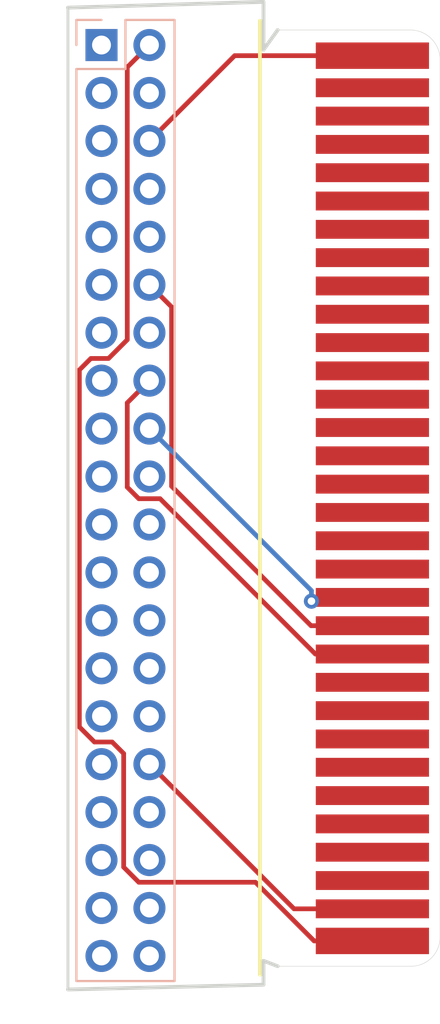
<source format=kicad_pcb>
(kicad_pcb (version 20171130) (host pcbnew "(5.1.8)-1")

  (general
    (thickness 0.8)
    (drawings 13)
    (tracks 33)
    (zones 0)
    (modules 2)
    (nets 33)
  )

  (page A4)
  (layers
    (0 F.Cu signal)
    (31 B.Cu signal)
    (32 B.Adhes user)
    (33 F.Adhes user)
    (34 B.Paste user)
    (35 F.Paste user)
    (36 B.SilkS user)
    (37 F.SilkS user)
    (38 B.Mask user)
    (39 F.Mask user)
    (40 Dwgs.User user)
    (41 Cmts.User user)
    (42 Eco1.User user)
    (43 Eco2.User user)
    (44 Edge.Cuts user)
    (45 Margin user)
    (46 B.CrtYd user)
    (47 F.CrtYd user)
    (48 B.Fab user)
    (49 F.Fab user)
  )

  (setup
    (last_trace_width 0.25)
    (trace_clearance 0.2)
    (zone_clearance 0.508)
    (zone_45_only no)
    (trace_min 0.2)
    (via_size 0.8)
    (via_drill 0.4)
    (via_min_size 0.4)
    (via_min_drill 0.3)
    (uvia_size 0.3)
    (uvia_drill 0.1)
    (uvias_allowed no)
    (uvia_min_size 0.2)
    (uvia_min_drill 0.1)
    (edge_width 0.2)
    (segment_width 0.2)
    (pcb_text_width 0.3)
    (pcb_text_size 1.5 1.5)
    (mod_edge_width 0.15)
    (mod_text_size 1 1)
    (mod_text_width 0.15)
    (pad_size 1 6)
    (pad_drill 0)
    (pad_to_mask_clearance 0.2)
    (solder_mask_min_width 0.25)
    (aux_axis_origin 0 0)
    (visible_elements 7FFFFFFF)
    (pcbplotparams
      (layerselection 0x3ffff_ffffffff)
      (usegerberextensions false)
      (usegerberattributes false)
      (usegerberadvancedattributes false)
      (creategerberjobfile false)
      (excludeedgelayer true)
      (linewidth 0.100000)
      (plotframeref false)
      (viasonmask false)
      (mode 1)
      (useauxorigin false)
      (hpglpennumber 1)
      (hpglpenspeed 20)
      (hpglpendiameter 15.000000)
      (psnegative false)
      (psa4output false)
      (plotreference true)
      (plotvalue true)
      (plotinvisibletext false)
      (padsonsilk false)
      (subtractmaskfromsilk false)
      (outputformat 1)
      (mirror false)
      (drillshape 0)
      (scaleselection 1)
      (outputdirectory "gerbers/"))
  )

  (net 0 "")
  (net 1 /ISP_VCC)
  (net 2 /ISP_GND)
  (net 3 /ISP_MISO)
  (net 4 /ISP_MOSI)
  (net 5 /ISP_SCK)
  (net 6 /ISP_RESET)
  (net 7 "Net-(U0-Pad20)")
  (net 8 "Net-(U0-Pad5)")
  (net 9 "Net-(M1-Pad2)")
  (net 10 "Net-(M1-Pad6)")
  (net 11 "Net-(M1-Pad7)")
  (net 12 "Net-(M1-Pad8)")
  (net 13 "Net-(M1-Pad9)")
  (net 14 "Net-(M1-Pad11)")
  (net 15 "Net-(M1-Pad12)")
  (net 16 "Net-(M1-Pad13)")
  (net 17 "Net-(M1-Pad15)")
  (net 18 "Net-(M1-Pad16)")
  (net 19 "Net-(M1-Pad17)")
  (net 20 "Net-(M1-Pad18)")
  (net 21 "Net-(M1-Pad19)")
  (net 22 "Net-(M1-Pad21)")
  (net 23 "Net-(M1-Pad22)")
  (net 24 "Net-(M1-Pad23)")
  (net 25 "Net-(M1-Pad24)")
  (net 26 "Net-(M1-Pad25)")
  (net 27 "Net-(M1-Pad27)")
  (net 28 "Net-(U0-Pad19)")
  (net 29 "Net-(U0-Pad21)")
  (net 30 "Net-(U0-Pad30)")
  (net 31 "Net-(M1-Pad10)")
  (net 32 "Net-(U0-Pad31)")

  (net_class Default "This is the default net class."
    (clearance 0.2)
    (trace_width 0.25)
    (via_dia 0.8)
    (via_drill 0.4)
    (uvia_dia 0.3)
    (uvia_drill 0.1)
    (add_net /ISP_GND)
    (add_net /ISP_MISO)
    (add_net /ISP_MOSI)
    (add_net /ISP_RESET)
    (add_net /ISP_SCK)
    (add_net /ISP_VCC)
    (add_net "Net-(M1-Pad10)")
    (add_net "Net-(M1-Pad11)")
    (add_net "Net-(M1-Pad12)")
    (add_net "Net-(M1-Pad13)")
    (add_net "Net-(M1-Pad15)")
    (add_net "Net-(M1-Pad16)")
    (add_net "Net-(M1-Pad17)")
    (add_net "Net-(M1-Pad18)")
    (add_net "Net-(M1-Pad19)")
    (add_net "Net-(M1-Pad2)")
    (add_net "Net-(M1-Pad21)")
    (add_net "Net-(M1-Pad22)")
    (add_net "Net-(M1-Pad23)")
    (add_net "Net-(M1-Pad24)")
    (add_net "Net-(M1-Pad25)")
    (add_net "Net-(M1-Pad27)")
    (add_net "Net-(M1-Pad6)")
    (add_net "Net-(M1-Pad7)")
    (add_net "Net-(M1-Pad8)")
    (add_net "Net-(M1-Pad9)")
    (add_net "Net-(U0-Pad19)")
    (add_net "Net-(U0-Pad20)")
    (add_net "Net-(U0-Pad21)")
    (add_net "Net-(U0-Pad30)")
    (add_net "Net-(U0-Pad31)")
    (add_net "Net-(U0-Pad5)")
  )

  (module Connector_PinSocket_2.54mm:PinSocket_2x20_P2.54mm_Vertical (layer B.Cu) (tedit 5CD612F0) (tstamp 5CE2A7C9)
    (at 155.245 87.376 180)
    (descr "Through hole straight socket strip, 2x20, 2.54mm pitch, double cols (from Kicad 4.0.7), script generated")
    (tags "Through hole socket strip THT 2x20 2.54mm double row")
    (path /5CD610BF)
    (fp_text reference J1 (at -1.27 2.77 180) (layer B.SilkS) hide
      (effects (font (size 1 1) (thickness 0.15)) (justify mirror))
    )
    (fp_text value Raspberry_Pi_2_3 (at -1.27 -51.03 180) (layer B.Fab)
      (effects (font (size 1 1) (thickness 0.15)) (justify mirror))
    )
    (fp_line (start -4.34 -50) (end -4.34 1.8) (layer B.CrtYd) (width 0.05))
    (fp_line (start 1.76 -50) (end -4.34 -50) (layer B.CrtYd) (width 0.05))
    (fp_line (start 1.76 1.8) (end 1.76 -50) (layer B.CrtYd) (width 0.05))
    (fp_line (start -4.34 1.8) (end 1.76 1.8) (layer B.CrtYd) (width 0.05))
    (fp_line (start 0 1.33) (end 1.33 1.33) (layer B.SilkS) (width 0.12))
    (fp_line (start 1.33 1.33) (end 1.33 0) (layer B.SilkS) (width 0.12))
    (fp_line (start -1.27 1.33) (end -1.27 -1.27) (layer B.SilkS) (width 0.12))
    (fp_line (start -1.27 -1.27) (end 1.33 -1.27) (layer B.SilkS) (width 0.12))
    (fp_line (start 1.33 -1.27) (end 1.33 -49.59) (layer B.SilkS) (width 0.12))
    (fp_line (start -3.87 -49.59) (end 1.33 -49.59) (layer B.SilkS) (width 0.12))
    (fp_line (start -3.87 1.33) (end -3.87 -49.59) (layer B.SilkS) (width 0.12))
    (fp_line (start -3.87 1.33) (end -1.27 1.33) (layer B.SilkS) (width 0.12))
    (fp_line (start -3.81 -49.53) (end -3.81 1.27) (layer B.Fab) (width 0.1))
    (fp_line (start 1.27 -49.53) (end -3.81 -49.53) (layer B.Fab) (width 0.1))
    (fp_line (start 1.27 0.27) (end 1.27 -49.53) (layer B.Fab) (width 0.1))
    (fp_line (start 0.27 1.27) (end 1.27 0.27) (layer B.Fab) (width 0.1))
    (fp_line (start -3.81 1.27) (end 0.27 1.27) (layer B.Fab) (width 0.1))
    (fp_text user %R (at -1.27 -24.13 90) (layer B.Fab)
      (effects (font (size 1 1) (thickness 0.15)) (justify mirror))
    )
    (pad 1 thru_hole rect (at 0 0 180) (size 1.7 1.7) (drill 1) (layers *.Cu *.Mask))
    (pad 2 thru_hole oval (at -2.54 0 180) (size 1.7 1.7) (drill 1) (layers *.Cu *.Mask)
      (net 1 /ISP_VCC))
    (pad 3 thru_hole oval (at 0 -2.54 180) (size 1.7 1.7) (drill 1) (layers *.Cu *.Mask))
    (pad 4 thru_hole oval (at -2.54 -2.54 180) (size 1.7 1.7) (drill 1) (layers *.Cu *.Mask))
    (pad 5 thru_hole oval (at 0 -5.08 180) (size 1.7 1.7) (drill 1) (layers *.Cu *.Mask))
    (pad 6 thru_hole oval (at -2.54 -5.08 180) (size 1.7 1.7) (drill 1) (layers *.Cu *.Mask)
      (net 2 /ISP_GND))
    (pad 7 thru_hole oval (at 0 -7.62 180) (size 1.7 1.7) (drill 1) (layers *.Cu *.Mask))
    (pad 8 thru_hole oval (at -2.54 -7.62 180) (size 1.7 1.7) (drill 1) (layers *.Cu *.Mask))
    (pad 9 thru_hole oval (at 0 -10.16 180) (size 1.7 1.7) (drill 1) (layers *.Cu *.Mask))
    (pad 10 thru_hole oval (at -2.54 -10.16 180) (size 1.7 1.7) (drill 1) (layers *.Cu *.Mask))
    (pad 11 thru_hole oval (at 0 -12.7 180) (size 1.7 1.7) (drill 1) (layers *.Cu *.Mask))
    (pad 12 thru_hole oval (at -2.54 -12.7 180) (size 1.7 1.7) (drill 1) (layers *.Cu *.Mask)
      (net 3 /ISP_MISO))
    (pad 13 thru_hole oval (at 0 -15.24 180) (size 1.7 1.7) (drill 1) (layers *.Cu *.Mask))
    (pad 14 thru_hole oval (at -2.54 -15.24 180) (size 1.7 1.7) (drill 1) (layers *.Cu *.Mask))
    (pad 15 thru_hole oval (at 0 -17.78 180) (size 1.7 1.7) (drill 1) (layers *.Cu *.Mask))
    (pad 16 thru_hole oval (at -2.54 -17.78 180) (size 1.7 1.7) (drill 1) (layers *.Cu *.Mask)
      (net 4 /ISP_MOSI))
    (pad 17 thru_hole oval (at 0 -20.32 180) (size 1.7 1.7) (drill 1) (layers *.Cu *.Mask))
    (pad 18 thru_hole oval (at -2.54 -20.32 180) (size 1.7 1.7) (drill 1) (layers *.Cu *.Mask)
      (net 5 /ISP_SCK))
    (pad 19 thru_hole oval (at 0 -22.86 180) (size 1.7 1.7) (drill 1) (layers *.Cu *.Mask))
    (pad 20 thru_hole oval (at -2.54 -22.86 180) (size 1.7 1.7) (drill 1) (layers *.Cu *.Mask))
    (pad 21 thru_hole oval (at 0 -25.4 180) (size 1.7 1.7) (drill 1) (layers *.Cu *.Mask))
    (pad 22 thru_hole oval (at -2.54 -25.4 180) (size 1.7 1.7) (drill 1) (layers *.Cu *.Mask))
    (pad 23 thru_hole oval (at 0 -27.94 180) (size 1.7 1.7) (drill 1) (layers *.Cu *.Mask))
    (pad 24 thru_hole oval (at -2.54 -27.94 180) (size 1.7 1.7) (drill 1) (layers *.Cu *.Mask))
    (pad 25 thru_hole oval (at 0 -30.48 180) (size 1.7 1.7) (drill 1) (layers *.Cu *.Mask))
    (pad 26 thru_hole oval (at -2.54 -30.48 180) (size 1.7 1.7) (drill 1) (layers *.Cu *.Mask))
    (pad 27 thru_hole oval (at 0 -33.02 180) (size 1.7 1.7) (drill 1) (layers *.Cu *.Mask))
    (pad 28 thru_hole oval (at -2.54 -33.02 180) (size 1.7 1.7) (drill 1) (layers *.Cu *.Mask))
    (pad 29 thru_hole oval (at 0 -35.56 180) (size 1.7 1.7) (drill 1) (layers *.Cu *.Mask))
    (pad 30 thru_hole oval (at -2.54 -35.56 180) (size 1.7 1.7) (drill 1) (layers *.Cu *.Mask))
    (pad 31 thru_hole oval (at 0 -38.1 180) (size 1.7 1.7) (drill 1) (layers *.Cu *.Mask))
    (pad 32 thru_hole oval (at -2.54 -38.1 180) (size 1.7 1.7) (drill 1) (layers *.Cu *.Mask)
      (net 6 /ISP_RESET))
    (pad 33 thru_hole oval (at 0 -40.64 180) (size 1.7 1.7) (drill 1) (layers *.Cu *.Mask))
    (pad 34 thru_hole oval (at -2.54 -40.64 180) (size 1.7 1.7) (drill 1) (layers *.Cu *.Mask))
    (pad 35 thru_hole oval (at 0 -43.18 180) (size 1.7 1.7) (drill 1) (layers *.Cu *.Mask))
    (pad 36 thru_hole oval (at -2.54 -43.18 180) (size 1.7 1.7) (drill 1) (layers *.Cu *.Mask))
    (pad 37 thru_hole oval (at 0 -45.72 180) (size 1.7 1.7) (drill 1) (layers *.Cu *.Mask))
    (pad 38 thru_hole oval (at -2.54 -45.72 180) (size 1.7 1.7) (drill 1) (layers *.Cu *.Mask))
    (pad 39 thru_hole oval (at 0 -48.26 180) (size 1.7 1.7) (drill 1) (layers *.Cu *.Mask))
    (pad 40 thru_hole oval (at -2.54 -48.26 180) (size 1.7 1.7) (drill 1) (layers *.Cu *.Mask))
    (model ${KISYS3DMOD}/Connector_PinSocket_2.54mm.3dshapes/PinSocket_2x20_P2.54mm_Vertical.wrl
      (at (xyz 0 0 0))
      (scale (xyz 1 1 1))
      (rotate (xyz 0 0 0))
    )
  )

  (module Custom:GBBus (layer F.Cu) (tedit 5FB10508) (tstamp 5BCCAC7E)
    (at 166.6 135.54 90)
    (descr "Connector Pads for Gameboy Cartridges")
    (path /5BCBB1ED)
    (fp_text reference U0 (at 23.12 -2.565 90) (layer F.SilkS) hide
      (effects (font (size 1.27 1.27) (thickness 0.15)))
    )
    (fp_text value CartBus (at 24.49 -7.525 90) (layer F.SilkS) hide
      (effects (font (size 1.27 1.27) (thickness 0.15)))
    )
    (pad 1 smd rect (at 0.7 3 270) (size 1.4 6) (layers F.Cu F.Paste F.Mask)
      (net 1 /ISP_VCC) (solder_mask_margin 0.0508))
    (pad 2 smd rect (at 2.4 3 90) (size 1 6) (layers F.Cu F.Paste F.Mask)
      (net 6 /ISP_RESET) (solder_mask_margin 0.0508))
    (pad 4 smd rect (at 5.4 3 270) (size 1 6) (layers F.Cu F.Paste F.Mask)
      (net 23 "Net-(M1-Pad22)") (solder_mask_margin 0.0508))
    (pad 5 smd rect (at 6.9 3 90) (size 1 6) (layers F.Cu F.Paste F.Mask)
      (net 8 "Net-(U0-Pad5)") (solder_mask_margin 0.0508))
    (pad 6 smd rect (at 8.4 3 90) (size 1 6) (layers F.Cu F.Paste F.Mask)
      (net 31 "Net-(M1-Pad10)") (solder_mask_margin 0.0508))
    (pad 7 smd rect (at 9.9 3 90) (size 1 6) (layers F.Cu F.Paste F.Mask)
      (net 13 "Net-(M1-Pad9)") (solder_mask_margin 0.0508))
    (pad 8 smd rect (at 11.4 3 90) (size 1 6) (layers F.Cu F.Paste F.Mask)
      (net 12 "Net-(M1-Pad8)") (solder_mask_margin 0.0508))
    (pad 9 smd rect (at 12.9 3 90) (size 1 6) (layers F.Cu F.Paste F.Mask)
      (net 11 "Net-(M1-Pad7)") (solder_mask_margin 0.0508))
    (pad 10 smd rect (at 14.4 3 90) (size 1 6) (layers F.Cu F.Paste F.Mask)
      (net 10 "Net-(M1-Pad6)") (solder_mask_margin 0.0508))
    (pad 11 smd rect (at 15.9 3 90) (size 1 6) (layers F.Cu F.Paste F.Mask)
      (net 4 /ISP_MOSI) (solder_mask_margin 0.0508))
    (pad 12 smd rect (at 17.4 3 90) (size 1 6) (layers F.Cu F.Paste F.Mask)
      (net 3 /ISP_MISO) (solder_mask_margin 0.0508))
    (pad 13 smd rect (at 18.9 3 90) (size 1 6) (layers F.Cu F.Paste F.Mask)
      (net 5 /ISP_SCK) (solder_mask_margin 0.0508))
    (pad 14 smd rect (at 20.4 3 90) (size 1 6) (layers F.Cu F.Paste F.Mask)
      (net 26 "Net-(M1-Pad25)") (solder_mask_margin 0.0508))
    (pad 15 smd rect (at 21.9 3 90) (size 1 6) (layers F.Cu F.Paste F.Mask)
      (net 25 "Net-(M1-Pad24)") (solder_mask_margin 0.0508))
    (pad 16 smd rect (at 23.4 3 90) (size 1 6) (layers F.Cu F.Paste F.Mask)
      (net 22 "Net-(M1-Pad21)") (solder_mask_margin 0.0508))
    (pad 17 smd rect (at 24.9 3 90) (size 1 6) (layers F.Cu F.Paste F.Mask)
      (net 24 "Net-(M1-Pad23)") (solder_mask_margin 0.0508))
    (pad 18 smd rect (at 26.4 3 90) (size 1 6) (layers F.Cu F.Paste F.Mask)
      (net 9 "Net-(M1-Pad2)") (solder_mask_margin 0.0508))
    (pad 19 smd rect (at 27.9 3 90) (size 1 6) (layers F.Cu F.Paste F.Mask)
      (net 28 "Net-(U0-Pad19)") (solder_mask_margin 0.0508))
    (pad 20 smd rect (at 29.4 3 90) (size 1 6) (layers F.Cu F.Paste F.Mask)
      (net 7 "Net-(U0-Pad20)") (solder_mask_margin 0.0508))
    (pad 21 smd rect (at 30.9 3 90) (size 1 6) (layers F.Cu F.Paste F.Mask)
      (net 29 "Net-(U0-Pad21)") (solder_mask_margin 0.0508))
    (pad 3 smd rect (at 3.9 3 270) (size 1 6) (layers F.Cu F.Paste F.Mask)
      (net 27 "Net-(M1-Pad27)") (solder_mask_margin 0.0508))
    (pad 22 smd rect (at 32.4 3 90) (size 1 6) (layers F.Cu F.Paste F.Mask)
      (net 14 "Net-(M1-Pad11)") (solder_mask_margin 0.0508))
    (pad 23 smd rect (at 33.9 3 90) (size 1 6) (layers F.Cu F.Paste F.Mask)
      (net 15 "Net-(M1-Pad12)") (solder_mask_margin 0.0508))
    (pad 24 smd rect (at 35.4 3 90) (size 1 6) (layers F.Cu F.Paste F.Mask)
      (net 16 "Net-(M1-Pad13)") (solder_mask_margin 0.0508))
    (pad 25 smd rect (at 36.9 3 90) (size 1 6) (layers F.Cu F.Paste F.Mask)
      (net 17 "Net-(M1-Pad15)") (solder_mask_margin 0.0508))
    (pad 26 smd rect (at 38.4 3 90) (size 1 6) (layers F.Cu F.Paste F.Mask)
      (net 18 "Net-(M1-Pad16)") (solder_mask_margin 0.0508))
    (pad 27 smd rect (at 39.9 3 90) (size 1 6) (layers F.Cu F.Paste F.Mask)
      (net 19 "Net-(M1-Pad17)") (solder_mask_margin 0.0508))
    (pad 28 smd rect (at 41.4 3 90) (size 1 6) (layers F.Cu F.Paste F.Mask)
      (net 20 "Net-(M1-Pad18)") (solder_mask_margin 0.0508))
    (pad 29 smd rect (at 42.9 3 90) (size 1 6) (layers F.Cu F.Paste F.Mask)
      (net 21 "Net-(M1-Pad19)") (solder_mask_margin 0.0508))
    (pad 30 smd rect (at 44.4 3 90) (size 1 6) (layers F.Cu F.Paste F.Mask)
      (net 30 "Net-(U0-Pad30)") (solder_mask_margin 0.0508))
    (pad 31 smd rect (at 45.9 3 90) (size 1 6) (layers F.Cu F.Paste F.Mask)
      (net 32 "Net-(U0-Pad31)") (solder_mask_margin 0.0508))
    (pad 32 smd rect (at 47.6 3 270) (size 1.4 6) (layers F.Cu F.Paste F.Mask)
      (net 2 /ISP_GND) (solder_mask_margin 0.0508))
  )

  (gr_line (start 163.83 87.63) (end 164.582 86.58) (layer Edge.Cuts) (width 0.2) (tstamp 5FB10D87))
  (gr_line (start 163.83 85.09) (end 163.83 87.63) (layer Edge.Cuts) (width 0.2))
  (gr_line (start 163.83 135.89) (end 164.582 136.18) (layer Edge.Cuts) (width 0.2) (tstamp 5FB10D85))
  (gr_line (start 163.83 137.16) (end 163.83 135.89) (layer Edge.Cuts) (width 0.2))
  (gr_line (start 153.4668 137.414) (end 163.83 137.16) (layer Edge.Cuts) (width 0.2))
  (gr_line (start 153.4668 85.3948) (end 163.83 85.09) (layer Edge.Cuts) (width 0.2))
  (gr_line (start 153.4668 85.3948) (end 153.4668 137.414) (layer Edge.Cuts) (width 0.15))
  (gr_line (start 173.182 134.64) (end 173.182 88.01) (layer Edge.Cuts) (width 0.0254) (tstamp 5C6B16C4))
  (gr_line (start 171.542 86.58) (end 164.582 86.58) (layer Edge.Cuts) (width 0.0254) (tstamp 5C6B16C2))
  (gr_line (start 164.582 136.18) (end 171.622 136.18) (layer Edge.Cuts) (width 0.0254) (tstamp 5C6B16C1))
  (gr_arc (start 171.607 88.16087) (end 171.542 86.58) (angle 86.88278645) (layer Edge.Cuts) (width 0.0254) (tstamp 5C6B16BE))
  (gr_arc (start 171.65668 134.655) (end 173.182 134.64) (angle 91.86616649) (layer Edge.Cuts) (width 0.0254) (tstamp 5C6B16BC))
  (gr_line (start 163.64 86.09) (end 163.64 136.63) (layer F.SilkS) (width 0.2))

  (segment (start 166.51259 134.84) (end 169.6 134.84) (width 0.25) (layer F.Cu) (net 1))
  (segment (start 163.403591 131.731001) (end 166.51259 134.84) (width 0.25) (layer F.Cu) (net 1))
  (segment (start 157.220999 131.731001) (end 163.403591 131.731001) (width 0.25) (layer F.Cu) (net 1))
  (segment (start 156.420001 130.930003) (end 157.220999 131.731001) (width 0.25) (layer F.Cu) (net 1))
  (segment (start 156.420001 124.911999) (end 156.420001 130.930003) (width 0.25) (layer F.Cu) (net 1))
  (segment (start 155.809001 124.300999) (end 156.420001 124.911999) (width 0.25) (layer F.Cu) (net 1))
  (segment (start 154.870997 124.300999) (end 155.809001 124.300999) (width 0.25) (layer F.Cu) (net 1))
  (segment (start 154.069999 123.500001) (end 154.870997 124.300999) (width 0.25) (layer F.Cu) (net 1))
  (segment (start 154.069999 104.591999) (end 154.069999 123.500001) (width 0.25) (layer F.Cu) (net 1))
  (segment (start 154.680999 103.980999) (end 154.069999 104.591999) (width 0.25) (layer F.Cu) (net 1))
  (segment (start 155.619003 103.980999) (end 154.680999 103.980999) (width 0.25) (layer F.Cu) (net 1))
  (segment (start 156.609999 102.990003) (end 155.619003 103.980999) (width 0.25) (layer F.Cu) (net 1))
  (segment (start 156.609999 88.551001) (end 156.609999 102.990003) (width 0.25) (layer F.Cu) (net 1))
  (segment (start 157.785 87.376) (end 156.609999 88.551001) (width 0.25) (layer F.Cu) (net 1))
  (segment (start 162.301 87.94) (end 169.6 87.94) (width 0.25) (layer F.Cu) (net 2))
  (segment (start 157.785 92.456) (end 162.301 87.94) (width 0.25) (layer F.Cu) (net 2))
  (segment (start 166.35 118.14) (end 169.6 118.14) (width 0.25) (layer F.Cu) (net 3))
  (segment (start 158.960001 110.750001) (end 166.35 118.14) (width 0.25) (layer F.Cu) (net 3))
  (segment (start 158.960001 101.251001) (end 158.960001 110.750001) (width 0.25) (layer F.Cu) (net 3))
  (segment (start 157.785 100.076) (end 158.960001 101.251001) (width 0.25) (layer F.Cu) (net 3))
  (segment (start 158.349001 111.411001) (end 166.578 119.64) (width 0.25) (layer F.Cu) (net 4))
  (segment (start 157.220999 111.411001) (end 158.349001 111.411001) (width 0.25) (layer F.Cu) (net 4))
  (segment (start 156.609999 110.800001) (end 157.220999 111.411001) (width 0.25) (layer F.Cu) (net 4))
  (segment (start 156.609999 106.331001) (end 156.609999 110.800001) (width 0.25) (layer F.Cu) (net 4))
  (segment (start 166.578 119.64) (end 169.6 119.64) (width 0.25) (layer F.Cu) (net 4))
  (segment (start 157.785 105.156) (end 156.609999 106.331001) (width 0.25) (layer F.Cu) (net 4))
  (via (at 166.37 116.84) (size 0.8) (drill 0.4) (layers F.Cu B.Cu) (net 5))
  (segment (start 166.37 116.281) (end 166.37 116.84) (width 0.25) (layer B.Cu) (net 5))
  (segment (start 157.785 107.696) (end 166.37 116.281) (width 0.25) (layer B.Cu) (net 5))
  (segment (start 169.4 116.84) (end 169.6 116.64) (width 0.25) (layer F.Cu) (net 5))
  (segment (start 166.37 116.84) (end 169.4 116.84) (width 0.25) (layer F.Cu) (net 5))
  (segment (start 165.449 133.14) (end 169.6 133.14) (width 0.25) (layer F.Cu) (net 6))
  (segment (start 157.785 125.476) (end 165.449 133.14) (width 0.25) (layer F.Cu) (net 6))

)

</source>
